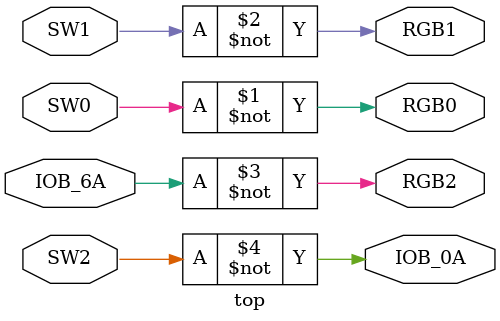
<source format=v>
module top(
    output RGB0, RGB1, RGB2, IOB_0A, input SW0, SW1, SW2, IOB_6A
);

    wire clk;

    SB_HFOSC inthosc (
        .CLKHFPU(1'b1),
        .CLKHFEN(1'b1),
        .CLKHF(clk)
    );

    assign RGB0 = ~SW0;
    assign RGB1 = ~SW1;
    assign RGB2 = ~IOB_6A;
    assign IOB_0A = ~SW2;

endmodule

</source>
